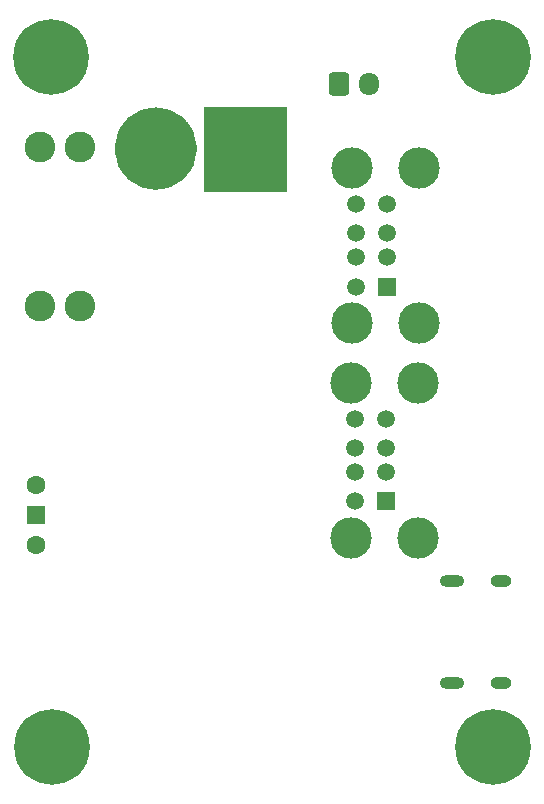
<source format=gbr>
%TF.GenerationSoftware,KiCad,Pcbnew,8.0.3*%
%TF.CreationDate,2024-06-19T16:29:22+09:00*%
%TF.ProjectId,USB_power,5553425f-706f-4776-9572-2e6b69636164,rev?*%
%TF.SameCoordinates,PX77e7cd0PY83695b8*%
%TF.FileFunction,Soldermask,Bot*%
%TF.FilePolarity,Negative*%
%FSLAX46Y46*%
G04 Gerber Fmt 4.6, Leading zero omitted, Abs format (unit mm)*
G04 Created by KiCad (PCBNEW 8.0.3) date 2024-06-19 16:29:22*
%MOMM*%
%LPD*%
G01*
G04 APERTURE LIST*
G04 Aperture macros list*
%AMRoundRect*
0 Rectangle with rounded corners*
0 $1 Rounding radius*
0 $2 $3 $4 $5 $6 $7 $8 $9 X,Y pos of 4 corners*
0 Add a 4 corners polygon primitive as box body*
4,1,4,$2,$3,$4,$5,$6,$7,$8,$9,$2,$3,0*
0 Add four circle primitives for the rounded corners*
1,1,$1+$1,$2,$3*
1,1,$1+$1,$4,$5*
1,1,$1+$1,$6,$7*
1,1,$1+$1,$8,$9*
0 Add four rect primitives between the rounded corners*
20,1,$1+$1,$2,$3,$4,$5,0*
20,1,$1+$1,$4,$5,$6,$7,0*
20,1,$1+$1,$6,$7,$8,$9,0*
20,1,$1+$1,$8,$9,$2,$3,0*%
G04 Aperture macros list end*
%ADD10C,3.504774*%
%ADD11C,0.100000*%
%ADD12C,0.800000*%
%ADD13C,6.400000*%
%ADD14C,1.600000*%
%ADD15R,1.500000X1.500000*%
%ADD16C,2.604000*%
%ADD17O,1.800000X1.000000*%
%ADD18O,2.100000X1.000000*%
%ADD19O,1.700000X1.950000*%
%ADD20RoundRect,0.250000X-0.600000X-0.725000X0.600000X-0.725000X0.600000X0.725000X-0.600000X0.725000X0*%
%ADD21C,3.500000*%
%ADD22C,1.500000*%
%ADD23C,6.000000*%
%ADD24RoundRect,1.500000X1.500000X1.500000X-1.500000X1.500000X-1.500000X-1.500000X1.500000X-1.500000X0*%
G04 APERTURE END LIST*
D10*
X14452387Y54483000D02*
G75*
G02*
X10947613Y54483000I-1752387J0D01*
G01*
X10947613Y54483000D02*
G75*
G02*
X14452387Y54483000I1752387J0D01*
G01*
D11*
X16764000Y58039000D02*
X23749000Y58039000D01*
X23749000Y50927000D01*
X16764000Y50927000D01*
X16764000Y58039000D01*
G36*
X16764000Y58039000D02*
G01*
X23749000Y58039000D01*
X23749000Y50927000D01*
X16764000Y50927000D01*
X16764000Y58039000D01*
G37*
D12*
%TO.C,H4*%
X1490944Y3856056D03*
X2193888Y5553112D03*
X2193888Y2159000D03*
X3890944Y6256056D03*
D13*
X3890944Y3856056D03*
D12*
X3890944Y1456056D03*
X5588000Y5553112D03*
X5588000Y2159000D03*
X6290944Y3856056D03*
%TD*%
%TO.C,H3*%
X38875000Y3810000D03*
X39577944Y5507056D03*
X39577944Y2112944D03*
X41275000Y6210000D03*
D13*
X41275000Y3810000D03*
D12*
X41275000Y1410000D03*
X42972056Y5507056D03*
X42972056Y2112944D03*
X43675000Y3810000D03*
%TD*%
%TO.C,H2*%
X38875000Y62230000D03*
X39577944Y63927056D03*
X39577944Y60532944D03*
X41275000Y64630000D03*
D13*
X41275000Y62230000D03*
D12*
X41275000Y59830000D03*
X42972056Y63927056D03*
X42972056Y60532944D03*
X43675000Y62230000D03*
%TD*%
%TO.C,H1*%
X1410000Y62230000D03*
X2112944Y63927056D03*
X2112944Y60532944D03*
X3810000Y64630000D03*
D13*
X3810000Y62230000D03*
D12*
X3810000Y59830000D03*
X5507056Y63927056D03*
X5507056Y60532944D03*
X6210000Y62230000D03*
%TD*%
D14*
%TO.C,SW1*%
X2540000Y26035000D03*
X2540000Y20955000D03*
D15*
X2540000Y23495000D03*
%TD*%
D16*
%TO.C,F1*%
X6272000Y54618000D03*
X2872000Y54618000D03*
X6272000Y41148000D03*
X2872000Y41148000D03*
%TD*%
D17*
%TO.C,J4*%
X41969000Y17909000D03*
D18*
X37789000Y17909000D03*
D17*
X41969000Y9269000D03*
D18*
X37789000Y9269000D03*
%TD*%
D19*
%TO.C,J3*%
X30739518Y59938482D03*
D20*
X28239518Y59938482D03*
%TD*%
D21*
%TO.C,J2*%
X29293518Y52863482D03*
X29293518Y39723482D03*
X34973518Y52863482D03*
X34973518Y39723482D03*
D22*
X29643518Y49793482D03*
X29643518Y47293482D03*
X29643518Y45293482D03*
X29643518Y42793482D03*
X32263518Y49793482D03*
X32263518Y47293482D03*
X32263518Y45293482D03*
D15*
X32263518Y42793482D03*
%TD*%
D23*
%TO.C,J1*%
X12959518Y54477482D03*
D24*
X20159518Y54477482D03*
%TD*%
D21*
%TO.C,J5*%
X29210000Y34671000D03*
X29210000Y21531000D03*
X34890000Y34671000D03*
X34890000Y21531000D03*
D22*
X29560000Y31601000D03*
X29560000Y29101000D03*
X29560000Y27101000D03*
X29560000Y24601000D03*
X32180000Y31601000D03*
X32180000Y29101000D03*
X32180000Y27101000D03*
D15*
X32180000Y24601000D03*
%TD*%
M02*

</source>
